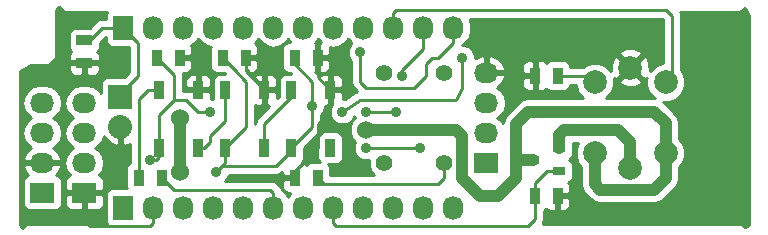
<source format=gbr>
G04 #@! TF.FileFunction,Copper,L1,Top,Signal*
%FSLAX46Y46*%
G04 Gerber Fmt 4.6, Leading zero omitted, Abs format (unit mm)*
G04 Created by KiCad (PCBNEW (2014-10-31 BZR 5247)-product) date Sonntag, 14. Dezember 2014 16:47:01*
%MOMM*%
G01*
G04 APERTURE LIST*
%ADD10C,0.100000*%
%ADD11R,2.032000X2.032000*%
%ADD12O,2.032000X2.032000*%
%ADD13R,2.032000X1.727200*%
%ADD14O,2.032000X1.727200*%
%ADD15R,1.727200X2.032000*%
%ADD16O,1.727200X2.032000*%
%ADD17R,1.000760X0.800100*%
%ADD18C,2.000000*%
%ADD19R,0.900000X1.500000*%
%ADD20C,1.397000*%
%ADD21R,0.889000X1.397000*%
%ADD22R,1.397000X0.889000*%
%ADD23C,0.889000*%
%ADD24C,1.524000*%
%ADD25C,0.254000*%
%ADD26C,1.016000*%
G04 APERTURE END LIST*
D10*
D11*
X138684000Y-143002000D03*
D12*
X138684000Y-145542000D03*
D13*
X135636000Y-151130000D03*
D14*
X135636000Y-148590000D03*
X135636000Y-146050000D03*
X135636000Y-143510000D03*
D13*
X132080000Y-151130000D03*
D14*
X132080000Y-148590000D03*
X132080000Y-146050000D03*
X132080000Y-143510000D03*
D15*
X138938000Y-152400000D03*
D16*
X141478000Y-152400000D03*
X144018000Y-152400000D03*
X146558000Y-152400000D03*
X149098000Y-152400000D03*
X151638000Y-152400000D03*
X154178000Y-152400000D03*
X156718000Y-152400000D03*
X159258000Y-152400000D03*
X161798000Y-152400000D03*
X164338000Y-152400000D03*
X166878000Y-152400000D03*
D15*
X138938000Y-137160000D03*
D16*
X141478000Y-137160000D03*
X144018000Y-137160000D03*
X146558000Y-137160000D03*
X149098000Y-137160000D03*
X151638000Y-137160000D03*
X154178000Y-137160000D03*
X156718000Y-137160000D03*
X159258000Y-137160000D03*
X161798000Y-137160000D03*
X164338000Y-137160000D03*
X166878000Y-137160000D03*
D17*
X173652180Y-148336000D03*
X175851820Y-147383500D03*
X175851820Y-149288500D03*
D18*
X181864000Y-149030000D03*
X181864000Y-140530000D03*
X184869000Y-147785000D03*
X178859000Y-147785000D03*
X178859000Y-141775000D03*
X184869000Y-141775000D03*
D19*
X145288000Y-147320000D03*
X141988000Y-147320000D03*
X145288000Y-142420000D03*
X141988000Y-142420000D03*
X150876000Y-147320000D03*
X147576000Y-147320000D03*
X150876000Y-142420000D03*
X147576000Y-142420000D03*
X156464000Y-147320000D03*
X153164000Y-147320000D03*
X156464000Y-142420000D03*
X153164000Y-142420000D03*
D20*
X161036000Y-140970000D03*
X166116000Y-140970000D03*
X161036000Y-148590000D03*
X166116000Y-148590000D03*
D13*
X169680000Y-148598000D03*
D14*
X169680000Y-146058000D03*
X169680000Y-143518000D03*
X169680000Y-140978000D03*
D21*
X142176500Y-149860000D03*
X140271500Y-149860000D03*
X141795500Y-139700000D03*
X143700500Y-139700000D03*
X153479500Y-139700000D03*
X155384500Y-139700000D03*
X147383500Y-139700000D03*
X149288500Y-139700000D03*
X173799500Y-151384000D03*
X175704500Y-151384000D03*
X175704500Y-141224000D03*
X173799500Y-141224000D03*
X155384500Y-149860000D03*
X153479500Y-149860000D03*
D22*
X135636000Y-138239500D03*
X135636000Y-140144500D03*
D23*
X154940000Y-143764000D03*
X167640000Y-139700000D03*
X157480000Y-144272000D03*
X141224000Y-148336000D03*
X146812000Y-149352000D03*
X146304000Y-144272000D03*
X157480000Y-140208000D03*
X151384000Y-140208000D03*
X145796000Y-140208000D03*
X138684000Y-140208000D03*
X134620000Y-136652000D03*
X172720000Y-137160000D03*
X187960000Y-141224000D03*
X159512000Y-147320000D03*
X164084000Y-147320000D03*
X162052000Y-144272000D03*
X159512000Y-144272000D03*
X162560000Y-141224000D03*
X159004000Y-139192000D03*
D24*
X143764000Y-149352000D03*
X143764000Y-144780000D03*
X159512000Y-145796000D03*
D25*
X167640000Y-142240000D02*
X167640000Y-139700000D01*
X167132000Y-143256000D02*
X167640000Y-142240000D01*
X159004000Y-143256000D02*
X167132000Y-143256000D01*
X157480000Y-144272000D02*
X159004000Y-143256000D01*
X147383500Y-139700000D02*
X147383500Y-139763500D01*
X147383500Y-139763500D02*
X149352000Y-141732000D01*
X141795500Y-139700000D02*
X141795500Y-139763500D01*
X147383500Y-139763500D02*
X148399500Y-140779500D01*
X141732000Y-148336000D02*
X141224000Y-148336000D01*
X141988000Y-148080000D02*
X141732000Y-148336000D01*
X141988000Y-147320000D02*
X141988000Y-148080000D01*
X149352000Y-145544000D02*
X147576000Y-147320000D01*
X149352000Y-141732000D02*
X149352000Y-145544000D01*
X148399500Y-140779500D02*
X149352000Y-141732000D01*
X153479500Y-139700000D02*
X153479500Y-140271500D01*
X153479500Y-140271500D02*
X154940000Y-141732000D01*
X154940000Y-141732000D02*
X154940000Y-143764000D01*
X154940000Y-143764000D02*
X154940000Y-145544000D01*
X154940000Y-145544000D02*
X153164000Y-147320000D01*
X153164000Y-147320000D02*
X153164000Y-147572000D01*
X153164000Y-147572000D02*
X151892000Y-148844000D01*
X151892000Y-148844000D02*
X147320000Y-148844000D01*
X147320000Y-148844000D02*
X146812000Y-149352000D01*
X147576000Y-147320000D02*
X147576000Y-148588000D01*
X147576000Y-148588000D02*
X146812000Y-149352000D01*
X143256000Y-141160500D02*
X141795500Y-139700000D01*
X143256000Y-141224000D02*
X143256000Y-143256000D01*
X143256000Y-143256000D02*
X141988000Y-144524000D01*
X141988000Y-147320000D02*
X141988000Y-144524000D01*
X143256000Y-141224000D02*
X143256000Y-141160500D01*
X144272000Y-143256000D02*
X145288000Y-144272000D01*
X145288000Y-144272000D02*
X146304000Y-144272000D01*
X143256000Y-143256000D02*
X144272000Y-143256000D01*
X149288500Y-139700000D02*
X149288500Y-140652500D01*
X149288500Y-140652500D02*
X150876000Y-142240000D01*
X150876000Y-142240000D02*
X150876000Y-142420000D01*
X149288500Y-139700000D02*
X149288500Y-140832500D01*
X149288500Y-140832500D02*
X150876000Y-142420000D01*
X156972000Y-139700000D02*
X155384500Y-139700000D01*
X157480000Y-140208000D02*
X156972000Y-139700000D01*
X150876000Y-139700000D02*
X149288500Y-139700000D01*
X151384000Y-140208000D02*
X150876000Y-139700000D01*
X135636000Y-140144500D02*
X138620500Y-140144500D01*
X145288000Y-139700000D02*
X143700500Y-139700000D01*
X145796000Y-140208000D02*
X145288000Y-139700000D01*
X138620500Y-140144500D02*
X138684000Y-140208000D01*
X155384500Y-139700000D02*
X155384500Y-141340500D01*
X155384500Y-141340500D02*
X156464000Y-142420000D01*
X153479500Y-149860000D02*
X153479500Y-149288500D01*
X153479500Y-149288500D02*
X155448002Y-147319998D01*
X155448002Y-147319998D02*
X155448002Y-145287998D01*
X155448002Y-145287998D02*
X156464000Y-144272000D01*
X156464000Y-144272000D02*
X156464000Y-142420000D01*
X141478000Y-152400000D02*
X141478000Y-153670000D01*
X135636000Y-153416000D02*
X135636000Y-151130000D01*
X136144000Y-153924000D02*
X135636000Y-153416000D01*
X141224000Y-153924000D02*
X136144000Y-153924000D01*
X141478000Y-153670000D02*
X141224000Y-153924000D01*
X145288000Y-140716000D02*
X145796000Y-140208000D01*
X145288000Y-142420000D02*
X145288000Y-140716000D01*
X138684000Y-143002000D02*
X138684000Y-142748000D01*
X138684000Y-142748000D02*
X140208000Y-141224000D01*
X140208000Y-141224000D02*
X140208000Y-138430000D01*
X140208000Y-138430000D02*
X138938000Y-137160000D01*
X138938000Y-137160000D02*
X137160000Y-137160000D01*
X137160000Y-137160000D02*
X136080500Y-138239500D01*
X136080500Y-138239500D02*
X135636000Y-138239500D01*
X159512000Y-147320000D02*
X164084000Y-147320000D01*
X159512000Y-144272000D02*
X162052000Y-144272000D01*
X162560000Y-140716000D02*
X164338000Y-138938000D01*
X164338000Y-138938000D02*
X164338000Y-137160000D01*
X162560000Y-141224000D02*
X162560000Y-140716000D01*
X159004000Y-141732000D02*
X159512000Y-142240000D01*
X159512000Y-142240000D02*
X163576000Y-142240000D01*
X163576000Y-142240000D02*
X164592000Y-141224000D01*
X164592000Y-141224000D02*
X164592000Y-140208000D01*
X164592000Y-140208000D02*
X165100000Y-139700000D01*
X165100000Y-139700000D02*
X165608000Y-139700000D01*
X165608000Y-139700000D02*
X166878000Y-138430000D01*
X166878000Y-138430000D02*
X166878000Y-137160000D01*
X159004000Y-139192000D02*
X159004000Y-141732000D01*
X178859000Y-150411000D02*
X179324000Y-150876000D01*
X179324000Y-150876000D02*
X183896000Y-150876000D01*
X183896000Y-150876000D02*
X184869000Y-149903000D01*
X184869000Y-149903000D02*
X184869000Y-147785000D01*
X178859000Y-147785000D02*
X178859000Y-150411000D01*
D26*
X178859000Y-150411000D02*
X178859000Y-147785000D01*
X179324000Y-150876000D02*
X178859000Y-150411000D01*
X183896000Y-150876000D02*
X179324000Y-150876000D01*
X184869000Y-149903000D02*
X183896000Y-150876000D01*
X184869000Y-147785000D02*
X184869000Y-149903000D01*
X143764000Y-149352000D02*
X143764000Y-144780000D01*
X159512000Y-145796000D02*
X167132000Y-145796000D01*
X167132000Y-145796000D02*
X167640000Y-146304000D01*
X167640000Y-146304000D02*
X167640000Y-149860000D01*
X167640000Y-149860000D02*
X169164000Y-151384000D01*
X169164000Y-151384000D02*
X170688000Y-151384000D01*
X170688000Y-151384000D02*
X172212000Y-149860000D01*
X172212000Y-148336000D02*
X172212000Y-145288000D01*
X172212000Y-149860000D02*
X172212000Y-148336000D01*
X172212000Y-145288000D02*
X173228000Y-144272000D01*
X173228000Y-144272000D02*
X183896000Y-144272000D01*
X183896000Y-144272000D02*
X184869000Y-145245000D01*
X184869000Y-145245000D02*
X184869000Y-147785000D01*
X173652180Y-148336000D02*
X172212000Y-148336000D01*
D25*
X149098000Y-152400000D02*
X149098000Y-153162000D01*
X143192500Y-150876000D02*
X142176500Y-149860000D01*
X151384000Y-150876000D02*
X143192500Y-150876000D01*
X151638000Y-151130000D02*
X151384000Y-150876000D01*
X151638000Y-152400000D02*
X151638000Y-151130000D01*
X173799500Y-150304500D02*
X174815500Y-149288500D01*
X174815500Y-149288500D02*
X175851820Y-149288500D01*
X173799500Y-151384000D02*
X173799500Y-150304500D01*
X156718000Y-153670000D02*
X156972000Y-153924000D01*
X156972000Y-153924000D02*
X173228000Y-153924000D01*
X173228000Y-153924000D02*
X173799500Y-153352500D01*
X173799500Y-153352500D02*
X173799500Y-151384000D01*
X156718000Y-152400000D02*
X156718000Y-153670000D01*
X184912000Y-141732000D02*
X184869000Y-141775000D01*
X185420000Y-141224000D02*
X184869000Y-141775000D01*
X185420000Y-136144000D02*
X185420000Y-141224000D01*
X161798000Y-135890000D02*
X162052000Y-135636000D01*
X162052000Y-135636000D02*
X184912000Y-135636000D01*
X161798000Y-137160000D02*
X161798000Y-135890000D01*
X184912000Y-135636000D02*
X185420000Y-136144000D01*
X175851820Y-146220180D02*
X176276000Y-145796000D01*
X176276000Y-145796000D02*
X181356000Y-145796000D01*
X181356000Y-145796000D02*
X181864000Y-146304000D01*
X181864000Y-146304000D02*
X181864000Y-149030000D01*
D26*
X181864000Y-146812000D02*
X181864000Y-149030000D01*
X180848000Y-145796000D02*
X181864000Y-146812000D01*
X176276000Y-145796000D02*
X180848000Y-145796000D01*
X175851820Y-146220180D02*
X176276000Y-145796000D01*
X175851820Y-147383500D02*
X175851820Y-146220180D01*
D25*
X166116000Y-149860000D02*
X165608000Y-150368000D01*
X165608000Y-150368000D02*
X155892500Y-150368000D01*
X155892500Y-150368000D02*
X155384500Y-149860000D01*
X166116000Y-148590000D02*
X166116000Y-149860000D01*
X178308000Y-141224000D02*
X178859000Y-141775000D01*
X175704500Y-141224000D02*
X178308000Y-141224000D01*
X141044000Y-142420000D02*
X140271500Y-143192500D01*
X140271500Y-143192500D02*
X140271500Y-149860000D01*
X141988000Y-142420000D02*
X141044000Y-142420000D01*
X147576000Y-143000000D02*
X147576000Y-142420000D01*
X145796000Y-147320000D02*
X146304000Y-146812000D01*
X146304000Y-146812000D02*
X146304000Y-146304000D01*
X146304000Y-146304000D02*
X147576000Y-145032000D01*
X147576000Y-145032000D02*
X147576000Y-142420000D01*
X145288000Y-147320000D02*
X145796000Y-147320000D01*
X153164000Y-143000000D02*
X153164000Y-142420000D01*
X150876000Y-145288000D02*
X153164000Y-143000000D01*
X150876000Y-147320000D02*
X150876000Y-145288000D01*
G36*
X139509500Y-148605693D02*
X139467302Y-148623173D01*
X139288673Y-148801801D01*
X139192000Y-149035190D01*
X139192000Y-149287809D01*
X139192000Y-150684809D01*
X139218588Y-150749000D01*
X137948091Y-150749000D01*
X137714702Y-150845673D01*
X137536073Y-151024301D01*
X137439400Y-151257690D01*
X137439400Y-151510309D01*
X137439400Y-153542309D01*
X137524185Y-153747000D01*
X137287000Y-153747000D01*
X137287000Y-152119909D01*
X137287000Y-151415750D01*
X137128250Y-151257000D01*
X135763000Y-151257000D01*
X135763000Y-152469850D01*
X135921750Y-152628600D01*
X136525691Y-152628600D01*
X136778310Y-152628600D01*
X137011699Y-152531927D01*
X137190327Y-152353298D01*
X137287000Y-152119909D01*
X137287000Y-153747000D01*
X135509000Y-153747000D01*
X135509000Y-152469850D01*
X135509000Y-151257000D01*
X134143750Y-151257000D01*
X133985000Y-151415750D01*
X133985000Y-152119909D01*
X134081673Y-152353298D01*
X134260301Y-152531927D01*
X134493690Y-152628600D01*
X134746309Y-152628600D01*
X135350250Y-152628600D01*
X135509000Y-152469850D01*
X135509000Y-153747000D01*
X133763345Y-153747000D01*
X133763345Y-146050000D01*
X133649271Y-145476511D01*
X133324415Y-144990330D01*
X133009634Y-144780000D01*
X133324415Y-144569670D01*
X133649271Y-144083489D01*
X133763345Y-143510000D01*
X133649271Y-142936511D01*
X133324415Y-142450330D01*
X132838234Y-142125474D01*
X132264745Y-142011400D01*
X131895255Y-142011400D01*
X131321766Y-142125474D01*
X130835585Y-142450330D01*
X130510729Y-142936511D01*
X130396655Y-143510000D01*
X130510729Y-144083489D01*
X130835585Y-144569670D01*
X131150365Y-144780000D01*
X130835585Y-144990330D01*
X130510729Y-145476511D01*
X130396655Y-146050000D01*
X130510729Y-146623489D01*
X130835585Y-147109670D01*
X131145069Y-147316460D01*
X130729268Y-147687964D01*
X130475291Y-148215209D01*
X130472642Y-148230974D01*
X130593783Y-148463000D01*
X131953000Y-148463000D01*
X131953000Y-148443000D01*
X132207000Y-148443000D01*
X132207000Y-148463000D01*
X133566217Y-148463000D01*
X133687358Y-148230974D01*
X133684709Y-148215209D01*
X133430732Y-147687964D01*
X133014930Y-147316460D01*
X133324415Y-147109670D01*
X133649271Y-146623489D01*
X133763345Y-146050000D01*
X133763345Y-153747000D01*
X133731000Y-153747000D01*
X133731000Y-152119910D01*
X133731000Y-151867291D01*
X133731000Y-150140091D01*
X133634327Y-149906702D01*
X133455699Y-149728073D01*
X133258139Y-149646241D01*
X133430732Y-149492036D01*
X133684709Y-148964791D01*
X133687358Y-148949026D01*
X133566217Y-148717000D01*
X132207000Y-148717000D01*
X132207000Y-148737000D01*
X131953000Y-148737000D01*
X131953000Y-148717000D01*
X130593783Y-148717000D01*
X130472642Y-148949026D01*
X130475291Y-148964791D01*
X130729268Y-149492036D01*
X130901860Y-149646241D01*
X130704302Y-149728073D01*
X130525673Y-149906701D01*
X130429000Y-150140090D01*
X130429000Y-150392709D01*
X130429000Y-152119909D01*
X130525673Y-152353298D01*
X130704301Y-152531927D01*
X130937690Y-152628600D01*
X131190309Y-152628600D01*
X133222309Y-152628600D01*
X133455698Y-152531927D01*
X133634327Y-152353299D01*
X133731000Y-152119910D01*
X133731000Y-153747000D01*
X131000000Y-153747000D01*
X130737862Y-153799143D01*
X130515632Y-153947632D01*
X130409730Y-154106125D01*
X130175000Y-153871395D01*
X130175000Y-140794490D01*
X131093981Y-140335000D01*
X132640605Y-140335000D01*
X133223000Y-139752605D01*
X133223000Y-135688605D01*
X133496095Y-135415509D01*
X133627632Y-135612368D01*
X133849862Y-135760857D01*
X134112000Y-135813000D01*
X137524185Y-135813000D01*
X137439400Y-136017690D01*
X137439400Y-136270309D01*
X137439400Y-136398000D01*
X137160000Y-136398000D01*
X136868396Y-136456003D01*
X136621185Y-136621184D01*
X136082369Y-137160000D01*
X134811191Y-137160000D01*
X134577802Y-137256673D01*
X134399173Y-137435301D01*
X134302500Y-137668690D01*
X134302500Y-137921309D01*
X134302500Y-138810309D01*
X134399173Y-139043698D01*
X134547474Y-139192000D01*
X134399173Y-139340302D01*
X134302500Y-139573691D01*
X134302500Y-139858750D01*
X134461250Y-140017500D01*
X135509000Y-140017500D01*
X135509000Y-139997500D01*
X135763000Y-139997500D01*
X135763000Y-140017500D01*
X136810750Y-140017500D01*
X136969500Y-139858750D01*
X136969500Y-139573691D01*
X136872827Y-139340302D01*
X136724525Y-139191999D01*
X136872827Y-139043699D01*
X136969500Y-138810310D01*
X136969500Y-138557691D01*
X136969500Y-138428130D01*
X137439400Y-137958230D01*
X137439400Y-138302309D01*
X137536073Y-138535698D01*
X137714701Y-138714327D01*
X137948090Y-138811000D01*
X138200709Y-138811000D01*
X139446000Y-138811000D01*
X139446000Y-140908369D01*
X139003369Y-141351000D01*
X137541691Y-141351000D01*
X137308302Y-141447673D01*
X137129673Y-141626301D01*
X137033000Y-141859690D01*
X137033000Y-142112309D01*
X137033000Y-142678689D01*
X136969500Y-142583654D01*
X136969500Y-140715309D01*
X136969500Y-140430250D01*
X136810750Y-140271500D01*
X135763000Y-140271500D01*
X135763000Y-141065250D01*
X135921750Y-141224000D01*
X136208191Y-141224000D01*
X136460810Y-141224000D01*
X136694199Y-141127327D01*
X136872827Y-140948698D01*
X136969500Y-140715309D01*
X136969500Y-142583654D01*
X136880415Y-142450330D01*
X136394234Y-142125474D01*
X135820745Y-142011400D01*
X135509000Y-142011400D01*
X135509000Y-141065250D01*
X135509000Y-140271500D01*
X134461250Y-140271500D01*
X134302500Y-140430250D01*
X134302500Y-140715309D01*
X134399173Y-140948698D01*
X134577801Y-141127327D01*
X134811190Y-141224000D01*
X135063809Y-141224000D01*
X135350250Y-141224000D01*
X135509000Y-141065250D01*
X135509000Y-142011400D01*
X135451255Y-142011400D01*
X134877766Y-142125474D01*
X134391585Y-142450330D01*
X134066729Y-142936511D01*
X133952655Y-143510000D01*
X134066729Y-144083489D01*
X134391585Y-144569670D01*
X134706365Y-144780000D01*
X134391585Y-144990330D01*
X134066729Y-145476511D01*
X133952655Y-146050000D01*
X134066729Y-146623489D01*
X134391585Y-147109670D01*
X134706365Y-147320000D01*
X134391585Y-147530330D01*
X134066729Y-148016511D01*
X133952655Y-148590000D01*
X134066729Y-149163489D01*
X134391585Y-149649670D01*
X134413779Y-149664499D01*
X134260301Y-149728073D01*
X134081673Y-149906702D01*
X133985000Y-150140091D01*
X133985000Y-150844250D01*
X134143750Y-151003000D01*
X135509000Y-151003000D01*
X135509000Y-150983000D01*
X135763000Y-150983000D01*
X135763000Y-151003000D01*
X137128250Y-151003000D01*
X137287000Y-150844250D01*
X137287000Y-150140091D01*
X137190327Y-149906702D01*
X137011699Y-149728073D01*
X136858220Y-149664499D01*
X136880415Y-149649670D01*
X137205271Y-149163489D01*
X137319345Y-148590000D01*
X137205271Y-148016511D01*
X136880415Y-147530330D01*
X136565634Y-147320000D01*
X136880415Y-147109670D01*
X137205271Y-146623489D01*
X137263753Y-146329478D01*
X137346812Y-146510379D01*
X137819182Y-146948385D01*
X138301056Y-147147975D01*
X138557000Y-147028836D01*
X138557000Y-145669000D01*
X138537000Y-145669000D01*
X138537000Y-145415000D01*
X138557000Y-145415000D01*
X138557000Y-145395000D01*
X138811000Y-145395000D01*
X138811000Y-145415000D01*
X138831000Y-145415000D01*
X138831000Y-145669000D01*
X138811000Y-145669000D01*
X138811000Y-147028836D01*
X139066944Y-147147975D01*
X139509500Y-146964670D01*
X139509500Y-148605693D01*
X139509500Y-148605693D01*
G37*
X139509500Y-148605693D02*
X139467302Y-148623173D01*
X139288673Y-148801801D01*
X139192000Y-149035190D01*
X139192000Y-149287809D01*
X139192000Y-150684809D01*
X139218588Y-150749000D01*
X137948091Y-150749000D01*
X137714702Y-150845673D01*
X137536073Y-151024301D01*
X137439400Y-151257690D01*
X137439400Y-151510309D01*
X137439400Y-153542309D01*
X137524185Y-153747000D01*
X137287000Y-153747000D01*
X137287000Y-152119909D01*
X137287000Y-151415750D01*
X137128250Y-151257000D01*
X135763000Y-151257000D01*
X135763000Y-152469850D01*
X135921750Y-152628600D01*
X136525691Y-152628600D01*
X136778310Y-152628600D01*
X137011699Y-152531927D01*
X137190327Y-152353298D01*
X137287000Y-152119909D01*
X137287000Y-153747000D01*
X135509000Y-153747000D01*
X135509000Y-152469850D01*
X135509000Y-151257000D01*
X134143750Y-151257000D01*
X133985000Y-151415750D01*
X133985000Y-152119909D01*
X134081673Y-152353298D01*
X134260301Y-152531927D01*
X134493690Y-152628600D01*
X134746309Y-152628600D01*
X135350250Y-152628600D01*
X135509000Y-152469850D01*
X135509000Y-153747000D01*
X133763345Y-153747000D01*
X133763345Y-146050000D01*
X133649271Y-145476511D01*
X133324415Y-144990330D01*
X133009634Y-144780000D01*
X133324415Y-144569670D01*
X133649271Y-144083489D01*
X133763345Y-143510000D01*
X133649271Y-142936511D01*
X133324415Y-142450330D01*
X132838234Y-142125474D01*
X132264745Y-142011400D01*
X131895255Y-142011400D01*
X131321766Y-142125474D01*
X130835585Y-142450330D01*
X130510729Y-142936511D01*
X130396655Y-143510000D01*
X130510729Y-144083489D01*
X130835585Y-144569670D01*
X131150365Y-144780000D01*
X130835585Y-144990330D01*
X130510729Y-145476511D01*
X130396655Y-146050000D01*
X130510729Y-146623489D01*
X130835585Y-147109670D01*
X131145069Y-147316460D01*
X130729268Y-147687964D01*
X130475291Y-148215209D01*
X130472642Y-148230974D01*
X130593783Y-148463000D01*
X131953000Y-148463000D01*
X131953000Y-148443000D01*
X132207000Y-148443000D01*
X132207000Y-148463000D01*
X133566217Y-148463000D01*
X133687358Y-148230974D01*
X133684709Y-148215209D01*
X133430732Y-147687964D01*
X133014930Y-147316460D01*
X133324415Y-147109670D01*
X133649271Y-146623489D01*
X133763345Y-146050000D01*
X133763345Y-153747000D01*
X133731000Y-153747000D01*
X133731000Y-152119910D01*
X133731000Y-151867291D01*
X133731000Y-150140091D01*
X133634327Y-149906702D01*
X133455699Y-149728073D01*
X133258139Y-149646241D01*
X133430732Y-149492036D01*
X133684709Y-148964791D01*
X133687358Y-148949026D01*
X133566217Y-148717000D01*
X132207000Y-148717000D01*
X132207000Y-148737000D01*
X131953000Y-148737000D01*
X131953000Y-148717000D01*
X130593783Y-148717000D01*
X130472642Y-148949026D01*
X130475291Y-148964791D01*
X130729268Y-149492036D01*
X130901860Y-149646241D01*
X130704302Y-149728073D01*
X130525673Y-149906701D01*
X130429000Y-150140090D01*
X130429000Y-150392709D01*
X130429000Y-152119909D01*
X130525673Y-152353298D01*
X130704301Y-152531927D01*
X130937690Y-152628600D01*
X131190309Y-152628600D01*
X133222309Y-152628600D01*
X133455698Y-152531927D01*
X133634327Y-152353299D01*
X133731000Y-152119910D01*
X133731000Y-153747000D01*
X131000000Y-153747000D01*
X130737862Y-153799143D01*
X130515632Y-153947632D01*
X130409730Y-154106125D01*
X130175000Y-153871395D01*
X130175000Y-140794490D01*
X131093981Y-140335000D01*
X132640605Y-140335000D01*
X133223000Y-139752605D01*
X133223000Y-135688605D01*
X133496095Y-135415509D01*
X133627632Y-135612368D01*
X133849862Y-135760857D01*
X134112000Y-135813000D01*
X137524185Y-135813000D01*
X137439400Y-136017690D01*
X137439400Y-136270309D01*
X137439400Y-136398000D01*
X137160000Y-136398000D01*
X136868396Y-136456003D01*
X136621185Y-136621184D01*
X136082369Y-137160000D01*
X134811191Y-137160000D01*
X134577802Y-137256673D01*
X134399173Y-137435301D01*
X134302500Y-137668690D01*
X134302500Y-137921309D01*
X134302500Y-138810309D01*
X134399173Y-139043698D01*
X134547474Y-139192000D01*
X134399173Y-139340302D01*
X134302500Y-139573691D01*
X134302500Y-139858750D01*
X134461250Y-140017500D01*
X135509000Y-140017500D01*
X135509000Y-139997500D01*
X135763000Y-139997500D01*
X135763000Y-140017500D01*
X136810750Y-140017500D01*
X136969500Y-139858750D01*
X136969500Y-139573691D01*
X136872827Y-139340302D01*
X136724525Y-139191999D01*
X136872827Y-139043699D01*
X136969500Y-138810310D01*
X136969500Y-138557691D01*
X136969500Y-138428130D01*
X137439400Y-137958230D01*
X137439400Y-138302309D01*
X137536073Y-138535698D01*
X137714701Y-138714327D01*
X137948090Y-138811000D01*
X138200709Y-138811000D01*
X139446000Y-138811000D01*
X139446000Y-140908369D01*
X139003369Y-141351000D01*
X137541691Y-141351000D01*
X137308302Y-141447673D01*
X137129673Y-141626301D01*
X137033000Y-141859690D01*
X137033000Y-142112309D01*
X137033000Y-142678689D01*
X136969500Y-142583654D01*
X136969500Y-140715309D01*
X136969500Y-140430250D01*
X136810750Y-140271500D01*
X135763000Y-140271500D01*
X135763000Y-141065250D01*
X135921750Y-141224000D01*
X136208191Y-141224000D01*
X136460810Y-141224000D01*
X136694199Y-141127327D01*
X136872827Y-140948698D01*
X136969500Y-140715309D01*
X136969500Y-142583654D01*
X136880415Y-142450330D01*
X136394234Y-142125474D01*
X135820745Y-142011400D01*
X135509000Y-142011400D01*
X135509000Y-141065250D01*
X135509000Y-140271500D01*
X134461250Y-140271500D01*
X134302500Y-140430250D01*
X134302500Y-140715309D01*
X134399173Y-140948698D01*
X134577801Y-141127327D01*
X134811190Y-141224000D01*
X135063809Y-141224000D01*
X135350250Y-141224000D01*
X135509000Y-141065250D01*
X135509000Y-142011400D01*
X135451255Y-142011400D01*
X134877766Y-142125474D01*
X134391585Y-142450330D01*
X134066729Y-142936511D01*
X133952655Y-143510000D01*
X134066729Y-144083489D01*
X134391585Y-144569670D01*
X134706365Y-144780000D01*
X134391585Y-144990330D01*
X134066729Y-145476511D01*
X133952655Y-146050000D01*
X134066729Y-146623489D01*
X134391585Y-147109670D01*
X134706365Y-147320000D01*
X134391585Y-147530330D01*
X134066729Y-148016511D01*
X133952655Y-148590000D01*
X134066729Y-149163489D01*
X134391585Y-149649670D01*
X134413779Y-149664499D01*
X134260301Y-149728073D01*
X134081673Y-149906702D01*
X133985000Y-150140091D01*
X133985000Y-150844250D01*
X134143750Y-151003000D01*
X135509000Y-151003000D01*
X135509000Y-150983000D01*
X135763000Y-150983000D01*
X135763000Y-151003000D01*
X137128250Y-151003000D01*
X137287000Y-150844250D01*
X137287000Y-150140091D01*
X137190327Y-149906702D01*
X137011699Y-149728073D01*
X136858220Y-149664499D01*
X136880415Y-149649670D01*
X137205271Y-149163489D01*
X137319345Y-148590000D01*
X137205271Y-148016511D01*
X136880415Y-147530330D01*
X136565634Y-147320000D01*
X136880415Y-147109670D01*
X137205271Y-146623489D01*
X137263753Y-146329478D01*
X137346812Y-146510379D01*
X137819182Y-146948385D01*
X138301056Y-147147975D01*
X138557000Y-147028836D01*
X138557000Y-145669000D01*
X138537000Y-145669000D01*
X138537000Y-145415000D01*
X138557000Y-145415000D01*
X138557000Y-145395000D01*
X138811000Y-145395000D01*
X138811000Y-145415000D01*
X138831000Y-145415000D01*
X138831000Y-145669000D01*
X138811000Y-145669000D01*
X138811000Y-147028836D01*
X139066944Y-147147975D01*
X139509500Y-146964670D01*
X139509500Y-148605693D01*
G36*
X141625000Y-152527000D02*
X141605000Y-152527000D01*
X141605000Y-152547000D01*
X141351000Y-152547000D01*
X141351000Y-152527000D01*
X141331000Y-152527000D01*
X141331000Y-152273000D01*
X141351000Y-152273000D01*
X141351000Y-152253000D01*
X141605000Y-152253000D01*
X141605000Y-152273000D01*
X141625000Y-152273000D01*
X141625000Y-152527000D01*
X141625000Y-152527000D01*
G37*
X141625000Y-152527000D02*
X141605000Y-152527000D01*
X141605000Y-152547000D01*
X141351000Y-152547000D01*
X141351000Y-152527000D01*
X141331000Y-152527000D01*
X141331000Y-152273000D01*
X141351000Y-152273000D01*
X141351000Y-152253000D01*
X141605000Y-152253000D01*
X141605000Y-152273000D01*
X141625000Y-152273000D01*
X141625000Y-152527000D01*
G36*
X147577369Y-141035000D02*
X146999691Y-141035000D01*
X146766302Y-141131673D01*
X146587673Y-141310301D01*
X146491000Y-141543690D01*
X146491000Y-141796309D01*
X146491000Y-143192662D01*
X146373000Y-143192559D01*
X146373000Y-142705750D01*
X146373000Y-142134250D01*
X146373000Y-141543691D01*
X146276327Y-141310302D01*
X146097699Y-141131673D01*
X145864310Y-141035000D01*
X145611691Y-141035000D01*
X145573750Y-141035000D01*
X145415000Y-141193750D01*
X145415000Y-142293000D01*
X146214250Y-142293000D01*
X146373000Y-142134250D01*
X146373000Y-142705750D01*
X146214250Y-142547000D01*
X145415000Y-142547000D01*
X145415000Y-142567000D01*
X145161000Y-142567000D01*
X145161000Y-142547000D01*
X145161000Y-142293000D01*
X145161000Y-141193750D01*
X145002250Y-141035000D01*
X144964309Y-141035000D01*
X144711690Y-141035000D01*
X144478301Y-141131673D01*
X144299673Y-141310302D01*
X144203000Y-141543691D01*
X144203000Y-142134250D01*
X144361750Y-142293000D01*
X145161000Y-142293000D01*
X145161000Y-142547000D01*
X144538448Y-142547000D01*
X144272000Y-142494000D01*
X144018000Y-142494000D01*
X144018000Y-141224000D01*
X144018000Y-141160500D01*
X143992738Y-141033500D01*
X144271309Y-141033500D01*
X144504698Y-140936827D01*
X144683327Y-140758199D01*
X144780000Y-140524810D01*
X144780000Y-140272191D01*
X144780000Y-139985750D01*
X144621250Y-139827000D01*
X143827500Y-139827000D01*
X143827500Y-139847000D01*
X143573500Y-139847000D01*
X143573500Y-139827000D01*
X143553500Y-139827000D01*
X143553500Y-139573000D01*
X143573500Y-139573000D01*
X143573500Y-139553000D01*
X143827500Y-139553000D01*
X143827500Y-139573000D01*
X144621250Y-139573000D01*
X144780000Y-139414250D01*
X144780000Y-139127809D01*
X144780000Y-138875190D01*
X144691796Y-138662247D01*
X145077670Y-138404415D01*
X145288000Y-138089634D01*
X145498330Y-138404415D01*
X145984511Y-138729271D01*
X146335521Y-138799091D01*
X146304000Y-138875190D01*
X146304000Y-139127809D01*
X146304000Y-140524809D01*
X146400673Y-140758198D01*
X146579301Y-140936827D01*
X146812690Y-141033500D01*
X147065309Y-141033500D01*
X147575869Y-141033500D01*
X147575870Y-141033500D01*
X147577369Y-141035000D01*
X147577369Y-141035000D01*
G37*
X147577369Y-141035000D02*
X146999691Y-141035000D01*
X146766302Y-141131673D01*
X146587673Y-141310301D01*
X146491000Y-141543690D01*
X146491000Y-141796309D01*
X146491000Y-143192662D01*
X146373000Y-143192559D01*
X146373000Y-142705750D01*
X146373000Y-142134250D01*
X146373000Y-141543691D01*
X146276327Y-141310302D01*
X146097699Y-141131673D01*
X145864310Y-141035000D01*
X145611691Y-141035000D01*
X145573750Y-141035000D01*
X145415000Y-141193750D01*
X145415000Y-142293000D01*
X146214250Y-142293000D01*
X146373000Y-142134250D01*
X146373000Y-142705750D01*
X146214250Y-142547000D01*
X145415000Y-142547000D01*
X145415000Y-142567000D01*
X145161000Y-142567000D01*
X145161000Y-142547000D01*
X145161000Y-142293000D01*
X145161000Y-141193750D01*
X145002250Y-141035000D01*
X144964309Y-141035000D01*
X144711690Y-141035000D01*
X144478301Y-141131673D01*
X144299673Y-141310302D01*
X144203000Y-141543691D01*
X144203000Y-142134250D01*
X144361750Y-142293000D01*
X145161000Y-142293000D01*
X145161000Y-142547000D01*
X144538448Y-142547000D01*
X144272000Y-142494000D01*
X144018000Y-142494000D01*
X144018000Y-141224000D01*
X144018000Y-141160500D01*
X143992738Y-141033500D01*
X144271309Y-141033500D01*
X144504698Y-140936827D01*
X144683327Y-140758199D01*
X144780000Y-140524810D01*
X144780000Y-140272191D01*
X144780000Y-139985750D01*
X144621250Y-139827000D01*
X143827500Y-139827000D01*
X143827500Y-139847000D01*
X143573500Y-139847000D01*
X143573500Y-139827000D01*
X143553500Y-139827000D01*
X143553500Y-139573000D01*
X143573500Y-139573000D01*
X143573500Y-139553000D01*
X143827500Y-139553000D01*
X143827500Y-139573000D01*
X144621250Y-139573000D01*
X144780000Y-139414250D01*
X144780000Y-139127809D01*
X144780000Y-138875190D01*
X144691796Y-138662247D01*
X145077670Y-138404415D01*
X145288000Y-138089634D01*
X145498330Y-138404415D01*
X145984511Y-138729271D01*
X146335521Y-138799091D01*
X146304000Y-138875190D01*
X146304000Y-139127809D01*
X146304000Y-140524809D01*
X146400673Y-140758198D01*
X146579301Y-140936827D01*
X146812690Y-141033500D01*
X147065309Y-141033500D01*
X147575869Y-141033500D01*
X147575870Y-141033500D01*
X147577369Y-141035000D01*
G36*
X153165370Y-141035000D02*
X152587691Y-141035000D01*
X152354302Y-141131673D01*
X152175673Y-141310301D01*
X152079000Y-141543690D01*
X152079000Y-141796309D01*
X152079000Y-143007369D01*
X151961000Y-143125369D01*
X151961000Y-142705750D01*
X151961000Y-142134250D01*
X151961000Y-141543691D01*
X151864327Y-141310302D01*
X151685699Y-141131673D01*
X151452310Y-141035000D01*
X151199691Y-141035000D01*
X151161750Y-141035000D01*
X151003000Y-141193750D01*
X151003000Y-142293000D01*
X151802250Y-142293000D01*
X151961000Y-142134250D01*
X151961000Y-142705750D01*
X151802250Y-142547000D01*
X151003000Y-142547000D01*
X151003000Y-143646250D01*
X151161750Y-143805000D01*
X151199691Y-143805000D01*
X151281369Y-143805000D01*
X150337185Y-144749185D01*
X150172004Y-144996395D01*
X150114000Y-145288000D01*
X150114000Y-143728084D01*
X150299690Y-143805000D01*
X150552309Y-143805000D01*
X150590250Y-143805000D01*
X150749000Y-143646250D01*
X150749000Y-142547000D01*
X150729000Y-142547000D01*
X150729000Y-142293000D01*
X150749000Y-142293000D01*
X150749000Y-141193750D01*
X150590250Y-141035000D01*
X150552309Y-141035000D01*
X150299690Y-141035000D01*
X150066301Y-141131673D01*
X149936467Y-141261507D01*
X149936466Y-141261507D01*
X149890815Y-141193185D01*
X149890815Y-141193184D01*
X149731130Y-141033500D01*
X149859309Y-141033500D01*
X150092698Y-140936827D01*
X150271327Y-140758199D01*
X150368000Y-140524810D01*
X150368000Y-140272191D01*
X150368000Y-139985750D01*
X150209250Y-139827000D01*
X149415500Y-139827000D01*
X149415500Y-139847000D01*
X149161500Y-139847000D01*
X149161500Y-139827000D01*
X149141500Y-139827000D01*
X149141500Y-139573000D01*
X149161500Y-139573000D01*
X149161500Y-139553000D01*
X149415500Y-139553000D01*
X149415500Y-139573000D01*
X150209250Y-139573000D01*
X150368000Y-139414250D01*
X150368000Y-139127809D01*
X150368000Y-138875190D01*
X150271327Y-138641801D01*
X150092698Y-138463173D01*
X150078521Y-138457300D01*
X150157670Y-138404415D01*
X150368000Y-138089634D01*
X150578330Y-138404415D01*
X151064511Y-138729271D01*
X151638000Y-138843345D01*
X152211489Y-138729271D01*
X152697670Y-138404415D01*
X152908000Y-138089634D01*
X153092995Y-138366500D01*
X152908691Y-138366500D01*
X152675302Y-138463173D01*
X152496673Y-138641801D01*
X152400000Y-138875190D01*
X152400000Y-139127809D01*
X152400000Y-140524809D01*
X152496673Y-140758198D01*
X152675301Y-140936827D01*
X152908690Y-141033500D01*
X153161309Y-141033500D01*
X153163870Y-141033500D01*
X153165370Y-141035000D01*
X153165370Y-141035000D01*
G37*
X153165370Y-141035000D02*
X152587691Y-141035000D01*
X152354302Y-141131673D01*
X152175673Y-141310301D01*
X152079000Y-141543690D01*
X152079000Y-141796309D01*
X152079000Y-143007369D01*
X151961000Y-143125369D01*
X151961000Y-142705750D01*
X151961000Y-142134250D01*
X151961000Y-141543691D01*
X151864327Y-141310302D01*
X151685699Y-141131673D01*
X151452310Y-141035000D01*
X151199691Y-141035000D01*
X151161750Y-141035000D01*
X151003000Y-141193750D01*
X151003000Y-142293000D01*
X151802250Y-142293000D01*
X151961000Y-142134250D01*
X151961000Y-142705750D01*
X151802250Y-142547000D01*
X151003000Y-142547000D01*
X151003000Y-143646250D01*
X151161750Y-143805000D01*
X151199691Y-143805000D01*
X151281369Y-143805000D01*
X150337185Y-144749185D01*
X150172004Y-144996395D01*
X150114000Y-145288000D01*
X150114000Y-143728084D01*
X150299690Y-143805000D01*
X150552309Y-143805000D01*
X150590250Y-143805000D01*
X150749000Y-143646250D01*
X150749000Y-142547000D01*
X150729000Y-142547000D01*
X150729000Y-142293000D01*
X150749000Y-142293000D01*
X150749000Y-141193750D01*
X150590250Y-141035000D01*
X150552309Y-141035000D01*
X150299690Y-141035000D01*
X150066301Y-141131673D01*
X149936467Y-141261507D01*
X149936466Y-141261507D01*
X149890815Y-141193185D01*
X149890815Y-141193184D01*
X149731130Y-141033500D01*
X149859309Y-141033500D01*
X150092698Y-140936827D01*
X150271327Y-140758199D01*
X150368000Y-140524810D01*
X150368000Y-140272191D01*
X150368000Y-139985750D01*
X150209250Y-139827000D01*
X149415500Y-139827000D01*
X149415500Y-139847000D01*
X149161500Y-139847000D01*
X149161500Y-139827000D01*
X149141500Y-139827000D01*
X149141500Y-139573000D01*
X149161500Y-139573000D01*
X149161500Y-139553000D01*
X149415500Y-139553000D01*
X149415500Y-139573000D01*
X150209250Y-139573000D01*
X150368000Y-139414250D01*
X150368000Y-139127809D01*
X150368000Y-138875190D01*
X150271327Y-138641801D01*
X150092698Y-138463173D01*
X150078521Y-138457300D01*
X150157670Y-138404415D01*
X150368000Y-138089634D01*
X150578330Y-138404415D01*
X151064511Y-138729271D01*
X151638000Y-138843345D01*
X152211489Y-138729271D01*
X152697670Y-138404415D01*
X152908000Y-138089634D01*
X153092995Y-138366500D01*
X152908691Y-138366500D01*
X152675302Y-138463173D01*
X152496673Y-138641801D01*
X152400000Y-138875190D01*
X152400000Y-139127809D01*
X152400000Y-140524809D01*
X152496673Y-140758198D01*
X152675301Y-140936827D01*
X152908690Y-141033500D01*
X153161309Y-141033500D01*
X153163870Y-141033500D01*
X153165370Y-141035000D01*
G36*
X153626500Y-149987000D02*
X153606500Y-149987000D01*
X153606500Y-150007000D01*
X153352500Y-150007000D01*
X153352500Y-149987000D01*
X152558750Y-149987000D01*
X152400000Y-150145750D01*
X152400000Y-150432191D01*
X152400000Y-150684810D01*
X152496673Y-150918199D01*
X152675302Y-151096827D01*
X152908691Y-151193500D01*
X153092995Y-151193500D01*
X152908000Y-151470365D01*
X152697670Y-151155585D01*
X152360241Y-150930122D01*
X152341996Y-150838395D01*
X152176815Y-150591185D01*
X152176815Y-150591184D01*
X151922815Y-150337185D01*
X151675605Y-150172004D01*
X151384000Y-150114000D01*
X147576646Y-150114000D01*
X147726622Y-149964286D01*
X147875396Y-149606000D01*
X151892000Y-149606000D01*
X151892000Y-149605999D01*
X152183604Y-149547996D01*
X152183605Y-149547996D01*
X152400000Y-149403404D01*
X152400000Y-149574250D01*
X152558750Y-149733000D01*
X153352500Y-149733000D01*
X153352500Y-149713000D01*
X153606500Y-149713000D01*
X153606500Y-149733000D01*
X153626500Y-149733000D01*
X153626500Y-149987000D01*
X153626500Y-149987000D01*
G37*
X153626500Y-149987000D02*
X153606500Y-149987000D01*
X153606500Y-150007000D01*
X153352500Y-150007000D01*
X153352500Y-149987000D01*
X152558750Y-149987000D01*
X152400000Y-150145750D01*
X152400000Y-150432191D01*
X152400000Y-150684810D01*
X152496673Y-150918199D01*
X152675302Y-151096827D01*
X152908691Y-151193500D01*
X153092995Y-151193500D01*
X152908000Y-151470365D01*
X152697670Y-151155585D01*
X152360241Y-150930122D01*
X152341996Y-150838395D01*
X152176815Y-150591185D01*
X152176815Y-150591184D01*
X151922815Y-150337185D01*
X151675605Y-150172004D01*
X151384000Y-150114000D01*
X147576646Y-150114000D01*
X147726622Y-149964286D01*
X147875396Y-149606000D01*
X151892000Y-149606000D01*
X151892000Y-149605999D01*
X152183604Y-149547996D01*
X152183605Y-149547996D01*
X152400000Y-149403404D01*
X152400000Y-149574250D01*
X152558750Y-149733000D01*
X153352500Y-149733000D01*
X153352500Y-149713000D01*
X153606500Y-149713000D01*
X153606500Y-149733000D01*
X153626500Y-149733000D01*
X153626500Y-149987000D01*
G36*
X160166018Y-149606000D02*
X156464000Y-149606000D01*
X156464000Y-149035191D01*
X156367327Y-148801802D01*
X156270525Y-148705000D01*
X157040309Y-148705000D01*
X157273698Y-148608327D01*
X157452327Y-148429699D01*
X157549000Y-148196310D01*
X157549000Y-147943691D01*
X157549000Y-146443691D01*
X157452327Y-146210302D01*
X157273699Y-146031673D01*
X157040310Y-145935000D01*
X156787691Y-145935000D01*
X155887691Y-145935000D01*
X155654302Y-146031673D01*
X155475673Y-146210301D01*
X155379000Y-146443690D01*
X155379000Y-146696309D01*
X155379000Y-148196309D01*
X155475673Y-148429698D01*
X155572474Y-148526500D01*
X154813691Y-148526500D01*
X154580302Y-148623173D01*
X154432000Y-148771474D01*
X154283698Y-148623173D01*
X154053997Y-148528027D01*
X154152327Y-148429699D01*
X154249000Y-148196310D01*
X154249000Y-147943691D01*
X154249000Y-147312630D01*
X155478815Y-146082816D01*
X155478815Y-146082815D01*
X155643996Y-145835605D01*
X155701999Y-145544000D01*
X155702000Y-145544000D01*
X155702000Y-144528641D01*
X155854622Y-144376286D01*
X156019313Y-143979668D01*
X156019465Y-143805000D01*
X156140309Y-143805000D01*
X156178250Y-143805000D01*
X156337000Y-143646250D01*
X156337000Y-142547000D01*
X156317000Y-142547000D01*
X156317000Y-142293000D01*
X156337000Y-142293000D01*
X156337000Y-141193750D01*
X156178250Y-141035000D01*
X156140309Y-141035000D01*
X155887690Y-141035000D01*
X155654301Y-141131673D01*
X155524466Y-141261507D01*
X155478815Y-141193185D01*
X155208940Y-140923310D01*
X155257500Y-140874750D01*
X155257500Y-139827000D01*
X155237500Y-139827000D01*
X155237500Y-139573000D01*
X155257500Y-139573000D01*
X155257500Y-138525250D01*
X155177121Y-138444871D01*
X155237670Y-138404415D01*
X155448000Y-138089634D01*
X155647917Y-138388832D01*
X155511500Y-138525250D01*
X155511500Y-139573000D01*
X156305250Y-139573000D01*
X156464000Y-139414250D01*
X156464000Y-139127809D01*
X156464000Y-138875190D01*
X156426818Y-138785425D01*
X156718000Y-138843345D01*
X157291489Y-138729271D01*
X157777670Y-138404415D01*
X157988000Y-138089634D01*
X158198330Y-138404415D01*
X158238257Y-138431093D01*
X158089378Y-138579714D01*
X157924687Y-138976332D01*
X157924313Y-139405784D01*
X158088311Y-139802689D01*
X158242000Y-139956646D01*
X158242000Y-141732000D01*
X158300004Y-142023605D01*
X158465185Y-142270815D01*
X158740736Y-142546366D01*
X158712395Y-142552004D01*
X158650321Y-142593480D01*
X158581318Y-142621978D01*
X157713899Y-143200257D01*
X157695668Y-143192687D01*
X157549000Y-143192559D01*
X157549000Y-142705750D01*
X157549000Y-142134250D01*
X157549000Y-141543691D01*
X157452327Y-141310302D01*
X157273699Y-141131673D01*
X157040310Y-141035000D01*
X156787691Y-141035000D01*
X156749750Y-141035000D01*
X156591000Y-141193750D01*
X156591000Y-142293000D01*
X157390250Y-142293000D01*
X157549000Y-142134250D01*
X157549000Y-142705750D01*
X157390250Y-142547000D01*
X156591000Y-142547000D01*
X156591000Y-143634136D01*
X156565378Y-143659714D01*
X156464000Y-143903858D01*
X156464000Y-140524810D01*
X156464000Y-140272191D01*
X156464000Y-139985750D01*
X156305250Y-139827000D01*
X155511500Y-139827000D01*
X155511500Y-140874750D01*
X155670250Y-141033500D01*
X155955309Y-141033500D01*
X156188698Y-140936827D01*
X156367327Y-140758199D01*
X156464000Y-140524810D01*
X156464000Y-143903858D01*
X156400687Y-144056332D01*
X156400313Y-144485784D01*
X156564311Y-144882689D01*
X156867714Y-145186622D01*
X157264332Y-145351313D01*
X157693784Y-145351687D01*
X158090689Y-145187689D01*
X158394622Y-144884286D01*
X158496046Y-144640030D01*
X158553445Y-144778947D01*
X158328371Y-145003630D01*
X158115243Y-145516900D01*
X158114758Y-146072661D01*
X158326990Y-146586303D01*
X158553551Y-146813260D01*
X158432687Y-147104332D01*
X158432313Y-147533784D01*
X158596311Y-147930689D01*
X158899714Y-148234622D01*
X159296332Y-148399313D01*
X159702665Y-148399666D01*
X159702269Y-148854086D01*
X159904854Y-149344380D01*
X160166018Y-149606000D01*
X160166018Y-149606000D01*
G37*
X160166018Y-149606000D02*
X156464000Y-149606000D01*
X156464000Y-149035191D01*
X156367327Y-148801802D01*
X156270525Y-148705000D01*
X157040309Y-148705000D01*
X157273698Y-148608327D01*
X157452327Y-148429699D01*
X157549000Y-148196310D01*
X157549000Y-147943691D01*
X157549000Y-146443691D01*
X157452327Y-146210302D01*
X157273699Y-146031673D01*
X157040310Y-145935000D01*
X156787691Y-145935000D01*
X155887691Y-145935000D01*
X155654302Y-146031673D01*
X155475673Y-146210301D01*
X155379000Y-146443690D01*
X155379000Y-146696309D01*
X155379000Y-148196309D01*
X155475673Y-148429698D01*
X155572474Y-148526500D01*
X154813691Y-148526500D01*
X154580302Y-148623173D01*
X154432000Y-148771474D01*
X154283698Y-148623173D01*
X154053997Y-148528027D01*
X154152327Y-148429699D01*
X154249000Y-148196310D01*
X154249000Y-147943691D01*
X154249000Y-147312630D01*
X155478815Y-146082816D01*
X155478815Y-146082815D01*
X155643996Y-145835605D01*
X155701999Y-145544000D01*
X155702000Y-145544000D01*
X155702000Y-144528641D01*
X155854622Y-144376286D01*
X156019313Y-143979668D01*
X156019465Y-143805000D01*
X156140309Y-143805000D01*
X156178250Y-143805000D01*
X156337000Y-143646250D01*
X156337000Y-142547000D01*
X156317000Y-142547000D01*
X156317000Y-142293000D01*
X156337000Y-142293000D01*
X156337000Y-141193750D01*
X156178250Y-141035000D01*
X156140309Y-141035000D01*
X155887690Y-141035000D01*
X155654301Y-141131673D01*
X155524466Y-141261507D01*
X155478815Y-141193185D01*
X155208940Y-140923310D01*
X155257500Y-140874750D01*
X155257500Y-139827000D01*
X155237500Y-139827000D01*
X155237500Y-139573000D01*
X155257500Y-139573000D01*
X155257500Y-138525250D01*
X155177121Y-138444871D01*
X155237670Y-138404415D01*
X155448000Y-138089634D01*
X155647917Y-138388832D01*
X155511500Y-138525250D01*
X155511500Y-139573000D01*
X156305250Y-139573000D01*
X156464000Y-139414250D01*
X156464000Y-139127809D01*
X156464000Y-138875190D01*
X156426818Y-138785425D01*
X156718000Y-138843345D01*
X157291489Y-138729271D01*
X157777670Y-138404415D01*
X157988000Y-138089634D01*
X158198330Y-138404415D01*
X158238257Y-138431093D01*
X158089378Y-138579714D01*
X157924687Y-138976332D01*
X157924313Y-139405784D01*
X158088311Y-139802689D01*
X158242000Y-139956646D01*
X158242000Y-141732000D01*
X158300004Y-142023605D01*
X158465185Y-142270815D01*
X158740736Y-142546366D01*
X158712395Y-142552004D01*
X158650321Y-142593480D01*
X158581318Y-142621978D01*
X157713899Y-143200257D01*
X157695668Y-143192687D01*
X157549000Y-143192559D01*
X157549000Y-142705750D01*
X157549000Y-142134250D01*
X157549000Y-141543691D01*
X157452327Y-141310302D01*
X157273699Y-141131673D01*
X157040310Y-141035000D01*
X156787691Y-141035000D01*
X156749750Y-141035000D01*
X156591000Y-141193750D01*
X156591000Y-142293000D01*
X157390250Y-142293000D01*
X157549000Y-142134250D01*
X157549000Y-142705750D01*
X157390250Y-142547000D01*
X156591000Y-142547000D01*
X156591000Y-143634136D01*
X156565378Y-143659714D01*
X156464000Y-143903858D01*
X156464000Y-140524810D01*
X156464000Y-140272191D01*
X156464000Y-139985750D01*
X156305250Y-139827000D01*
X155511500Y-139827000D01*
X155511500Y-140874750D01*
X155670250Y-141033500D01*
X155955309Y-141033500D01*
X156188698Y-140936827D01*
X156367327Y-140758199D01*
X156464000Y-140524810D01*
X156464000Y-143903858D01*
X156400687Y-144056332D01*
X156400313Y-144485784D01*
X156564311Y-144882689D01*
X156867714Y-145186622D01*
X157264332Y-145351313D01*
X157693784Y-145351687D01*
X158090689Y-145187689D01*
X158394622Y-144884286D01*
X158496046Y-144640030D01*
X158553445Y-144778947D01*
X158328371Y-145003630D01*
X158115243Y-145516900D01*
X158114758Y-146072661D01*
X158326990Y-146586303D01*
X158553551Y-146813260D01*
X158432687Y-147104332D01*
X158432313Y-147533784D01*
X158596311Y-147930689D01*
X158899714Y-148234622D01*
X159296332Y-148399313D01*
X159702665Y-148399666D01*
X159702269Y-148854086D01*
X159904854Y-149344380D01*
X160166018Y-149606000D01*
G36*
X184658000Y-140139814D02*
X184545205Y-140139716D01*
X183944057Y-140388106D01*
X183493989Y-140837387D01*
X183509908Y-140794539D01*
X183485856Y-140144540D01*
X183283387Y-139655736D01*
X183016532Y-139557073D01*
X182836927Y-139736678D01*
X182836927Y-139377468D01*
X182738264Y-139110613D01*
X182128539Y-138884092D01*
X181478540Y-138908144D01*
X180989736Y-139110613D01*
X180891073Y-139377468D01*
X181864000Y-140350395D01*
X182836927Y-139377468D01*
X182836927Y-139736678D01*
X182043605Y-140530000D01*
X183016532Y-141502927D01*
X183247005Y-141417715D01*
X183234284Y-141448352D01*
X183233716Y-142098795D01*
X183482106Y-142699943D01*
X183913984Y-143132577D01*
X183896000Y-143129000D01*
X182836927Y-143129000D01*
X182836927Y-141682532D01*
X181864000Y-140709605D01*
X180891073Y-141682532D01*
X180989736Y-141949387D01*
X181599461Y-142175908D01*
X182249460Y-142151856D01*
X182738264Y-141949387D01*
X182836927Y-141682532D01*
X182836927Y-143129000D01*
X179816894Y-143129000D01*
X180244278Y-142702363D01*
X180493716Y-142101648D01*
X180494284Y-141451205D01*
X180480347Y-141417475D01*
X180711468Y-141502927D01*
X181684395Y-140530000D01*
X180711468Y-139557073D01*
X180444613Y-139655736D01*
X180218092Y-140265461D01*
X180239486Y-140843638D01*
X179786363Y-140389722D01*
X179185648Y-140140284D01*
X178535205Y-140139716D01*
X177934057Y-140388106D01*
X177860033Y-140462000D01*
X176784000Y-140462000D01*
X176784000Y-140399191D01*
X176687327Y-140165802D01*
X176508699Y-139987173D01*
X176275310Y-139890500D01*
X176022691Y-139890500D01*
X175133691Y-139890500D01*
X174900302Y-139987173D01*
X174752000Y-140135474D01*
X174603698Y-139987173D01*
X174370309Y-139890500D01*
X174085250Y-139890500D01*
X173926500Y-140049250D01*
X173926500Y-141097000D01*
X173946500Y-141097000D01*
X173946500Y-141351000D01*
X173926500Y-141351000D01*
X173926500Y-142398750D01*
X174085250Y-142557500D01*
X174370309Y-142557500D01*
X174603698Y-142460827D01*
X174752000Y-142312525D01*
X174900301Y-142460827D01*
X175133690Y-142557500D01*
X175386309Y-142557500D01*
X176275309Y-142557500D01*
X176508698Y-142460827D01*
X176687327Y-142282199D01*
X176784000Y-142048810D01*
X176784000Y-141986000D01*
X177223814Y-141986000D01*
X177223716Y-142098795D01*
X177472106Y-142699943D01*
X177900413Y-143129000D01*
X173672500Y-143129000D01*
X173672500Y-142398750D01*
X173672500Y-141351000D01*
X173672500Y-141097000D01*
X173672500Y-140049250D01*
X173513750Y-139890500D01*
X173228691Y-139890500D01*
X172995302Y-139987173D01*
X172816673Y-140165801D01*
X172720000Y-140399190D01*
X172720000Y-140651809D01*
X172720000Y-140938250D01*
X172878750Y-141097000D01*
X173672500Y-141097000D01*
X173672500Y-141351000D01*
X172878750Y-141351000D01*
X172720000Y-141509750D01*
X172720000Y-141796191D01*
X172720000Y-142048810D01*
X172816673Y-142282199D01*
X172995302Y-142460827D01*
X173228691Y-142557500D01*
X173513750Y-142557500D01*
X173672500Y-142398750D01*
X173672500Y-143129000D01*
X173228000Y-143129000D01*
X172790593Y-143216006D01*
X172419777Y-143463777D01*
X171403777Y-144479777D01*
X171156006Y-144850593D01*
X171080233Y-145231527D01*
X170924415Y-144998330D01*
X170609634Y-144788000D01*
X170924415Y-144577670D01*
X171249271Y-144091489D01*
X171363345Y-143518000D01*
X171249271Y-142944511D01*
X170924415Y-142458330D01*
X170614930Y-142251539D01*
X171030732Y-141880036D01*
X171284709Y-141352791D01*
X171287358Y-141337026D01*
X171287358Y-140618974D01*
X171284709Y-140603209D01*
X171030732Y-140075964D01*
X170594320Y-139686046D01*
X170041913Y-139492816D01*
X169807000Y-139637076D01*
X169807000Y-140851000D01*
X171166217Y-140851000D01*
X171287358Y-140618974D01*
X171287358Y-141337026D01*
X171166217Y-141105000D01*
X169807000Y-141105000D01*
X169807000Y-141125000D01*
X169553000Y-141125000D01*
X169553000Y-141105000D01*
X169533000Y-141105000D01*
X169533000Y-140851000D01*
X169553000Y-140851000D01*
X169553000Y-139637076D01*
X169318087Y-139492816D01*
X168765680Y-139686046D01*
X168719477Y-139727326D01*
X168719687Y-139486216D01*
X168555689Y-139089311D01*
X168252286Y-138785378D01*
X167855668Y-138620687D01*
X167614310Y-138620476D01*
X167937670Y-138404415D01*
X168262526Y-137918234D01*
X168376600Y-137344745D01*
X168376600Y-136975255D01*
X168262526Y-136401766D01*
X168260009Y-136398000D01*
X184596369Y-136398000D01*
X184658000Y-136459630D01*
X184658000Y-140139814D01*
X184658000Y-140139814D01*
G37*
X184658000Y-140139814D02*
X184545205Y-140139716D01*
X183944057Y-140388106D01*
X183493989Y-140837387D01*
X183509908Y-140794539D01*
X183485856Y-140144540D01*
X183283387Y-139655736D01*
X183016532Y-139557073D01*
X182836927Y-139736678D01*
X182836927Y-139377468D01*
X182738264Y-139110613D01*
X182128539Y-138884092D01*
X181478540Y-138908144D01*
X180989736Y-139110613D01*
X180891073Y-139377468D01*
X181864000Y-140350395D01*
X182836927Y-139377468D01*
X182836927Y-139736678D01*
X182043605Y-140530000D01*
X183016532Y-141502927D01*
X183247005Y-141417715D01*
X183234284Y-141448352D01*
X183233716Y-142098795D01*
X183482106Y-142699943D01*
X183913984Y-143132577D01*
X183896000Y-143129000D01*
X182836927Y-143129000D01*
X182836927Y-141682532D01*
X181864000Y-140709605D01*
X180891073Y-141682532D01*
X180989736Y-141949387D01*
X181599461Y-142175908D01*
X182249460Y-142151856D01*
X182738264Y-141949387D01*
X182836927Y-141682532D01*
X182836927Y-143129000D01*
X179816894Y-143129000D01*
X180244278Y-142702363D01*
X180493716Y-142101648D01*
X180494284Y-141451205D01*
X180480347Y-141417475D01*
X180711468Y-141502927D01*
X181684395Y-140530000D01*
X180711468Y-139557073D01*
X180444613Y-139655736D01*
X180218092Y-140265461D01*
X180239486Y-140843638D01*
X179786363Y-140389722D01*
X179185648Y-140140284D01*
X178535205Y-140139716D01*
X177934057Y-140388106D01*
X177860033Y-140462000D01*
X176784000Y-140462000D01*
X176784000Y-140399191D01*
X176687327Y-140165802D01*
X176508699Y-139987173D01*
X176275310Y-139890500D01*
X176022691Y-139890500D01*
X175133691Y-139890500D01*
X174900302Y-139987173D01*
X174752000Y-140135474D01*
X174603698Y-139987173D01*
X174370309Y-139890500D01*
X174085250Y-139890500D01*
X173926500Y-140049250D01*
X173926500Y-141097000D01*
X173946500Y-141097000D01*
X173946500Y-141351000D01*
X173926500Y-141351000D01*
X173926500Y-142398750D01*
X174085250Y-142557500D01*
X174370309Y-142557500D01*
X174603698Y-142460827D01*
X174752000Y-142312525D01*
X174900301Y-142460827D01*
X175133690Y-142557500D01*
X175386309Y-142557500D01*
X176275309Y-142557500D01*
X176508698Y-142460827D01*
X176687327Y-142282199D01*
X176784000Y-142048810D01*
X176784000Y-141986000D01*
X177223814Y-141986000D01*
X177223716Y-142098795D01*
X177472106Y-142699943D01*
X177900413Y-143129000D01*
X173672500Y-143129000D01*
X173672500Y-142398750D01*
X173672500Y-141351000D01*
X173672500Y-141097000D01*
X173672500Y-140049250D01*
X173513750Y-139890500D01*
X173228691Y-139890500D01*
X172995302Y-139987173D01*
X172816673Y-140165801D01*
X172720000Y-140399190D01*
X172720000Y-140651809D01*
X172720000Y-140938250D01*
X172878750Y-141097000D01*
X173672500Y-141097000D01*
X173672500Y-141351000D01*
X172878750Y-141351000D01*
X172720000Y-141509750D01*
X172720000Y-141796191D01*
X172720000Y-142048810D01*
X172816673Y-142282199D01*
X172995302Y-142460827D01*
X173228691Y-142557500D01*
X173513750Y-142557500D01*
X173672500Y-142398750D01*
X173672500Y-143129000D01*
X173228000Y-143129000D01*
X172790593Y-143216006D01*
X172419777Y-143463777D01*
X171403777Y-144479777D01*
X171156006Y-144850593D01*
X171080233Y-145231527D01*
X170924415Y-144998330D01*
X170609634Y-144788000D01*
X170924415Y-144577670D01*
X171249271Y-144091489D01*
X171363345Y-143518000D01*
X171249271Y-142944511D01*
X170924415Y-142458330D01*
X170614930Y-142251539D01*
X171030732Y-141880036D01*
X171284709Y-141352791D01*
X171287358Y-141337026D01*
X171287358Y-140618974D01*
X171284709Y-140603209D01*
X171030732Y-140075964D01*
X170594320Y-139686046D01*
X170041913Y-139492816D01*
X169807000Y-139637076D01*
X169807000Y-140851000D01*
X171166217Y-140851000D01*
X171287358Y-140618974D01*
X171287358Y-141337026D01*
X171166217Y-141105000D01*
X169807000Y-141105000D01*
X169807000Y-141125000D01*
X169553000Y-141125000D01*
X169553000Y-141105000D01*
X169533000Y-141105000D01*
X169533000Y-140851000D01*
X169553000Y-140851000D01*
X169553000Y-139637076D01*
X169318087Y-139492816D01*
X168765680Y-139686046D01*
X168719477Y-139727326D01*
X168719687Y-139486216D01*
X168555689Y-139089311D01*
X168252286Y-138785378D01*
X167855668Y-138620687D01*
X167614310Y-138620476D01*
X167937670Y-138404415D01*
X168262526Y-137918234D01*
X168376600Y-137344745D01*
X168376600Y-136975255D01*
X168262526Y-136401766D01*
X168260009Y-136398000D01*
X184596369Y-136398000D01*
X184658000Y-136459630D01*
X184658000Y-140139814D01*
G36*
X191897000Y-153845510D02*
X191536553Y-154025733D01*
X191484368Y-153947632D01*
X191262138Y-153799143D01*
X191000000Y-153747000D01*
X176784000Y-153747000D01*
X176784000Y-152208810D01*
X176784000Y-151956191D01*
X176784000Y-151669750D01*
X176625250Y-151511000D01*
X175831500Y-151511000D01*
X175831500Y-152558750D01*
X175990250Y-152717500D01*
X176275309Y-152717500D01*
X176508698Y-152620827D01*
X176687327Y-152442199D01*
X176784000Y-152208810D01*
X176784000Y-153747000D01*
X174434743Y-153747000D01*
X174503496Y-153644105D01*
X174561499Y-153352500D01*
X174561500Y-153352500D01*
X174561500Y-152638306D01*
X174603698Y-152620827D01*
X174752000Y-152472525D01*
X174900302Y-152620827D01*
X175133691Y-152717500D01*
X175418750Y-152717500D01*
X175577500Y-152558750D01*
X175577500Y-151511000D01*
X175557500Y-151511000D01*
X175557500Y-151257000D01*
X175577500Y-151257000D01*
X175577500Y-151237000D01*
X175831500Y-151237000D01*
X175831500Y-151257000D01*
X176625250Y-151257000D01*
X176784000Y-151098250D01*
X176784000Y-150811809D01*
X176784000Y-150559190D01*
X176687327Y-150325801D01*
X176624573Y-150263047D01*
X176711898Y-150226877D01*
X176890527Y-150048249D01*
X176987200Y-149814860D01*
X176987200Y-149562241D01*
X176987200Y-148762141D01*
X176890527Y-148528752D01*
X176711899Y-148350123D01*
X176677802Y-148335999D01*
X176711898Y-148321877D01*
X176890527Y-148143249D01*
X176987200Y-147909860D01*
X176987200Y-147657241D01*
X176987200Y-147421808D01*
X176994820Y-147383500D01*
X176994820Y-146939000D01*
X177439937Y-146939000D01*
X177224284Y-147458352D01*
X177223716Y-148108795D01*
X177472106Y-148709943D01*
X177716000Y-148954263D01*
X177716000Y-150411000D01*
X177803006Y-150848407D01*
X178050777Y-151219223D01*
X178515777Y-151684223D01*
X178886593Y-151931994D01*
X179324000Y-152019000D01*
X183896000Y-152019000D01*
X184333407Y-151931994D01*
X184704223Y-151684223D01*
X185677223Y-150711223D01*
X185924994Y-150340407D01*
X186012000Y-149903000D01*
X186012000Y-148954217D01*
X186254278Y-148712363D01*
X186503716Y-148111648D01*
X186504284Y-147461205D01*
X186255894Y-146860057D01*
X186012000Y-146615736D01*
X186012000Y-145245000D01*
X185924994Y-144807593D01*
X185677223Y-144436777D01*
X184704223Y-143463777D01*
X184623420Y-143409786D01*
X185192795Y-143410284D01*
X185793943Y-143161894D01*
X186254278Y-142702363D01*
X186503716Y-142101648D01*
X186504284Y-141451205D01*
X186255894Y-140850057D01*
X186182000Y-140776033D01*
X186182000Y-136144000D01*
X186123996Y-135852395D01*
X186097673Y-135813000D01*
X191000000Y-135813000D01*
X191262138Y-135760857D01*
X191484368Y-135612368D01*
X191559770Y-135499520D01*
X191897000Y-136173981D01*
X191897000Y-153845510D01*
X191897000Y-153845510D01*
G37*
X191897000Y-153845510D02*
X191536553Y-154025733D01*
X191484368Y-153947632D01*
X191262138Y-153799143D01*
X191000000Y-153747000D01*
X176784000Y-153747000D01*
X176784000Y-152208810D01*
X176784000Y-151956191D01*
X176784000Y-151669750D01*
X176625250Y-151511000D01*
X175831500Y-151511000D01*
X175831500Y-152558750D01*
X175990250Y-152717500D01*
X176275309Y-152717500D01*
X176508698Y-152620827D01*
X176687327Y-152442199D01*
X176784000Y-152208810D01*
X176784000Y-153747000D01*
X174434743Y-153747000D01*
X174503496Y-153644105D01*
X174561499Y-153352500D01*
X174561500Y-153352500D01*
X174561500Y-152638306D01*
X174603698Y-152620827D01*
X174752000Y-152472525D01*
X174900302Y-152620827D01*
X175133691Y-152717500D01*
X175418750Y-152717500D01*
X175577500Y-152558750D01*
X175577500Y-151511000D01*
X175557500Y-151511000D01*
X175557500Y-151257000D01*
X175577500Y-151257000D01*
X175577500Y-151237000D01*
X175831500Y-151237000D01*
X175831500Y-151257000D01*
X176625250Y-151257000D01*
X176784000Y-151098250D01*
X176784000Y-150811809D01*
X176784000Y-150559190D01*
X176687327Y-150325801D01*
X176624573Y-150263047D01*
X176711898Y-150226877D01*
X176890527Y-150048249D01*
X176987200Y-149814860D01*
X176987200Y-149562241D01*
X176987200Y-148762141D01*
X176890527Y-148528752D01*
X176711899Y-148350123D01*
X176677802Y-148335999D01*
X176711898Y-148321877D01*
X176890527Y-148143249D01*
X176987200Y-147909860D01*
X176987200Y-147657241D01*
X176987200Y-147421808D01*
X176994820Y-147383500D01*
X176994820Y-146939000D01*
X177439937Y-146939000D01*
X177224284Y-147458352D01*
X177223716Y-148108795D01*
X177472106Y-148709943D01*
X177716000Y-148954263D01*
X177716000Y-150411000D01*
X177803006Y-150848407D01*
X178050777Y-151219223D01*
X178515777Y-151684223D01*
X178886593Y-151931994D01*
X179324000Y-152019000D01*
X183896000Y-152019000D01*
X184333407Y-151931994D01*
X184704223Y-151684223D01*
X185677223Y-150711223D01*
X185924994Y-150340407D01*
X186012000Y-149903000D01*
X186012000Y-148954217D01*
X186254278Y-148712363D01*
X186503716Y-148111648D01*
X186504284Y-147461205D01*
X186255894Y-146860057D01*
X186012000Y-146615736D01*
X186012000Y-145245000D01*
X185924994Y-144807593D01*
X185677223Y-144436777D01*
X184704223Y-143463777D01*
X184623420Y-143409786D01*
X185192795Y-143410284D01*
X185793943Y-143161894D01*
X186254278Y-142702363D01*
X186503716Y-142101648D01*
X186504284Y-141451205D01*
X186255894Y-140850057D01*
X186182000Y-140776033D01*
X186182000Y-136144000D01*
X186123996Y-135852395D01*
X186097673Y-135813000D01*
X191000000Y-135813000D01*
X191262138Y-135760857D01*
X191484368Y-135612368D01*
X191559770Y-135499520D01*
X191897000Y-136173981D01*
X191897000Y-153845510D01*
M02*

</source>
